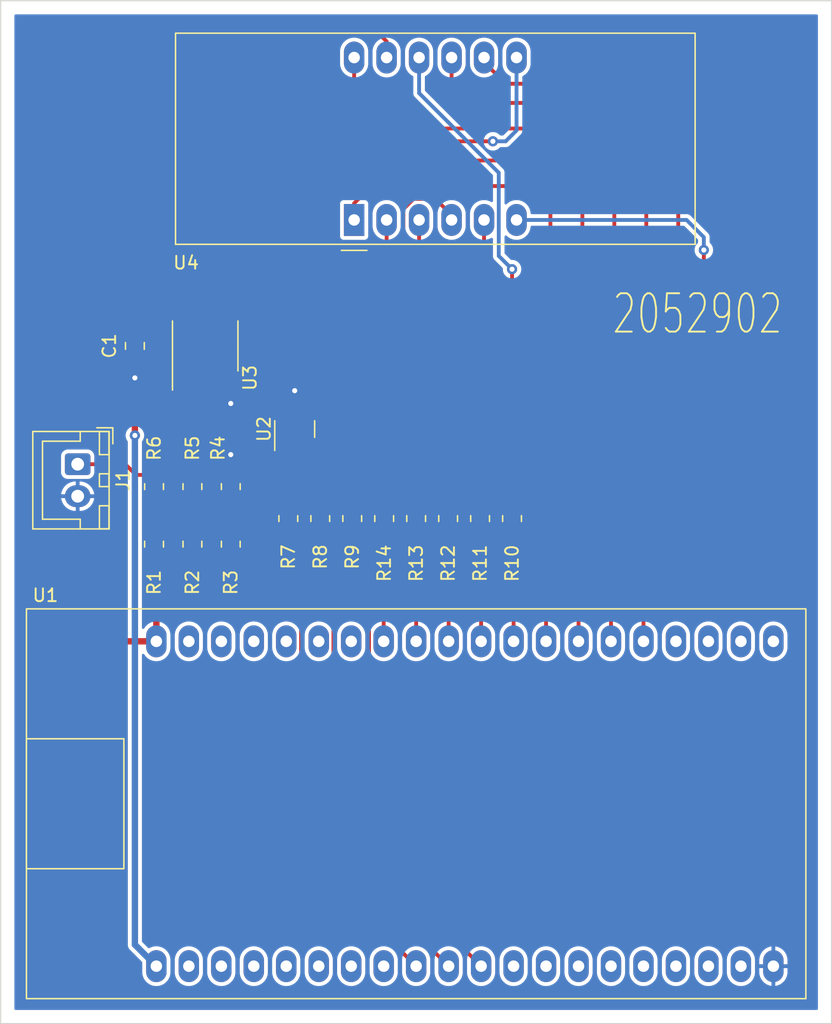
<source format=kicad_pcb>
(kicad_pcb (version 20211014) (generator pcbnew)
  (layers (0 "F.Cu" signal) (31 "B.Cu" signal) (34 "B.Paste" user) (35 "F.Paste" user) (36 "B.SilkS" user "B.Silkscreen") (37 "F.SilkS" user "F.Silkscreen") (38 "B.Mask" user) (39 "F.Mask" user) (44 "Edge.Cuts" user))
  (net 0 "")
  (net 1 "+5VA")
  (net 2 "GND")
  (net 3 "Net-(J1-Pad1)")
  (net 4 "Net-(R1-Pad1)")
  (net 5 "Net-(R2-Pad2)")
  (net 6 "Net-(R3-Pad2)")
  (net 7 "Net-(R5-Pad2)")
  (net 8 "/LED_A")
  (net 9 "Net-(R7-Pad2)")
  (net 10 "/LED_B")
  (net 11 "Net-(R8-Pad2)")
  (net 12 "/LED_C")
  (net 13 "Net-(R9-Pad2)")
  (net 14 "/LED_D")
  (net 15 "Net-(R10-Pad2)")
  (net 16 "/LED_E")
  (net 17 "Net-(R11-Pad2)")
  (net 18 "/LED_F")
  (net 19 "Net-(R12-Pad2)")
  (net 20 "/LED_G")
  (net 21 "Net-(R13-Pad2)")
  (net 22 "/LED_DP")
  (net 23 "Net-(R14-Pad2)")
  (net 24 "/AOUT")
  (net 44 "/LED_CC4")
  (net 45 "/LED_CC3")
  (net 46 "/LED_CC2")
  (net 47 "/LED_CC1")
  (footprint "Resistor_SMD:R_0805_2012Metric" (layer "F.Cu") (at 88.3 112.9 90)
    (fp_text reference "R11" (at -3.5 0 90) (layer "F.SilkS"))
    (fp_text value "470")
    (fp_line (start -0.227064 -0.735) (end 0.227064 -0.735) (layer "F.SilkS") (width 0.12))
    (fp_line (start -0.227064 0.735) (end 0.227064 0.735) (layer "F.SilkS") (width 0.12))
    (pad "1" smd roundrect (at -0.9125 0 90) (size 1.025 1.4) (layers "F.Cu" "F.Paste" "F.Mask") (roundrect_rratio 0.243902439) (net 16 "/LED_E"))
    (pad "2" smd roundrect (at 0.9125 0 90) (size 1.025 1.4) (layers "F.Cu" "F.Paste" "F.Mask") (roundrect_rratio 0.243902439) (net 17 "Net-(R11-Pad2)"))
  )
  (footprint "Resistor_SMD:R_0805_2012Metric" (layer "F.Cu") (at 83.3 112.9 90)
    (fp_text reference "R13" (at -3.5 0 90) (layer "F.SilkS"))
    (fp_text value "470")
    (fp_line (start -0.227064 -0.735) (end 0.227064 -0.735) (layer "F.SilkS") (width 0.12))
    (fp_line (start -0.227064 0.735) (end 0.227064 0.735) (layer "F.SilkS") (width 0.12))
    (pad "1" smd roundrect (at -0.9125 0 90) (size 1.025 1.4) (layers "F.Cu" "F.Paste" "F.Mask") (roundrect_rratio 0.243902439) (net 20 "/LED_G"))
    (pad "2" smd roundrect (at 0.9125 0 90) (size 1.025 1.4) (layers "F.Cu" "F.Paste" "F.Mask") (roundrect_rratio 0.243902439) (net 21 "Net-(R13-Pad2)"))
  )
  (footprint "Connector_JST:JST_XH_B2B-XH-A_1x02_P2.50mm_Vertical" (layer "F.Cu") (at 56.825 108.65 -90)
    (fp_text reference "J1" (at 1.25 -3.55 90) (layer "F.SilkS"))
    (fp_text value "Conn_01x02")
    (fp_line (start 5.05 -0.2) (end 4.3 -0.2) (layer "F.SilkS") (width 0.12))
    (fp_line (start -2.55 -2.45) (end -2.55 -1.7) (layer "F.SilkS") (width 0.12))
    (fp_line (start -2.55 -1.7) (end -0.75 -1.7) (layer "F.SilkS") (width 0.12))
    (fp_line (start -1.6 -2.75) (end -2.85 -2.75) (layer "F.SilkS") (width 0.12))
    (fp_line (start 5.05 -2.45) (end 3.25 -2.45) (layer "F.SilkS") (width 0.12))
    (fp_line (start 5.06 3.51) (end 5.06 -2.46) (layer "F.SilkS") (width 0.12))
    (fp_line (start 0.75 -1.7) (end 1.75 -1.7) (layer "F.SilkS") (width 0.12))
    (fp_line (start -2.85 -2.75) (end -2.85 -1.5) (layer "F.SilkS") (width 0.12))
    (fp_line (start -1.8 -0.2) (end -1.8 2.75) (layer "F.SilkS") (width 0.12))
    (fp_line (start 1.75 -1.7) (end 1.75 -2.45) (layer "F.SilkS") (width 0.12))
    (fp_line (start 4.3 2.75) (end 1.25 2.75) (layer "F.SilkS") (width 0.12))
    (fp_line (start 4.3 -0.2) (end 4.3 2.75) (layer "F.SilkS") (width 0.12))
    (fp_line (start -2.56 3.51) (end 5.06 3.51) (layer "F.SilkS") (width 0.12))
    (fp_line (start 5.05 -1.7) (end 5.05 -2.45) (layer "F.SilkS") (width 0.12))
    (fp_line (start 3.25 -2.45) (end 3.25 -1.7) (layer "F.SilkS") (width 0.12))
    (fp_line (start -0.75 -2.45) (end -2.55 -2.45) (layer "F.SilkS") (width 0.12))
    (fp_line (start 1.75 -2.45) (end 0.75 -2.45) (layer "F.SilkS") (width 0.12))
    (fp_line (start -1.8 2.75) (end 1.25 2.75) (layer "F.SilkS") (width 0.12))
    (fp_line (start -2.55 -0.2) (end -1.8 -0.2) (layer "F.SilkS") (width 0.12))
    (fp_line (start 5.06 -2.46) (end -2.56 -2.46) (layer "F.SilkS") (width 0.12))
    (fp_line (start 3.25 -1.7) (end 5.05 -1.7) (layer "F.SilkS") (width 0.12))
    (fp_line (start 0.75 -2.45) (end 0.75 -1.7) (layer "F.SilkS") (width 0.12))
    (fp_line (start -2.56 -2.46) (end -2.56 3.51) (layer "F.SilkS") (width 0.12))
    (fp_line (start -0.75 -1.7) (end -0.75 -2.45) (layer "F.SilkS") (width 0.12))
    (pad "1" thru_hole roundrect (at 0 0 270) (size 1.7 2) (drill 1) (layers *.Cu *.Mask) (roundrect_rratio 0.1470588235) (net 3 "Net-(J1-Pad1)"))
    (pad "2" thru_hole oval (at 2.5 0 270) (size 1.7 2) (drill 1) (layers *.Cu *.Mask) (net 2 "GND"))
  )
  (footprint "Resistor_SMD:R_0805_2012Metric" (layer "F.Cu") (at 85.8 112.9 90)
    (fp_text reference "R12" (at -3.5 0 90) (layer "F.SilkS"))
    (fp_text value "470")
    (fp_line (start -0.227064 -0.735) (end 0.227064 -0.735) (layer "F.SilkS") (width 0.12))
    (fp_line (start -0.227064 0.735) (end 0.227064 0.735) (layer "F.SilkS") (width 0.12))
    (pad "1" smd roundrect (at -0.9125 0 90) (size 1.025 1.4) (layers "F.Cu" "F.Paste" "F.Mask") (roundrect_rratio 0.243902439) (net 18 "/LED_F"))
    (pad "2" smd roundrect (at 0.9125 0 90) (size 1.025 1.4) (layers "F.Cu" "F.Paste" "F.Mask") (roundrect_rratio 0.243902439) (net 19 "Net-(R12-Pad2)"))
  )
  (footprint "Resistor_SMD:R_0805_2012Metric" (layer "F.Cu") (at 68.8 114.9 90)
    (fp_text reference "R3" (at -3 0 90) (layer "F.SilkS"))
    (fp_text value "3.3k")
    (fp_line (start -0.227064 -0.735) (end 0.227064 -0.735) (layer "F.SilkS") (width 0.12))
    (fp_line (start -0.227064 0.735) (end 0.227064 0.735) (layer "F.SilkS") (width 0.12))
    (pad "1" smd roundrect (at -0.9125 0 90) (size 1.025 1.4) (layers "F.Cu" "F.Paste" "F.Mask") (roundrect_rratio 0.243902439) (net 5 "Net-(R2-Pad2)"))
    (pad "2" smd roundrect (at 0.9125 0 90) (size 1.025 1.4) (layers "F.Cu" "F.Paste" "F.Mask") (roundrect_rratio 0.243902439) (net 6 "Net-(R3-Pad2)"))
  )
  (footprint "Resistor_SMD:R_0805_2012Metric" (layer "F.Cu") (at 80.8 112.9 90)
    (fp_text reference "R14" (at -3.5 0 90) (layer "F.SilkS"))
    (fp_text value "470")
    (fp_line (start -0.227064 -0.735) (end 0.227064 -0.735) (layer "F.SilkS") (width 0.12))
    (fp_line (start -0.227064 0.735) (end 0.227064 0.735) (layer "F.SilkS") (width 0.12))
    (pad "1" smd roundrect (at -0.9125 0 90) (size 1.025 1.4) (layers "F.Cu" "F.Paste" "F.Mask") (roundrect_rratio 0.243902439) (net 22 "/LED_DP"))
    (pad "2" smd roundrect (at 0.9125 0 90) (size 1.025 1.4) (layers "F.Cu" "F.Paste" "F.Mask") (roundrect_rratio 0.243902439) (net 23 "Net-(R14-Pad2)"))
  )
  (footprint "Resistor_SMD:R_0805_2012Metric" (layer "F.Cu") (at 65.8 110.4 90)
    (fp_text reference "R5" (at 3 0 90) (layer "F.SilkS"))
    (fp_text value "10k")
    (fp_line (start -0.227064 0.735) (end 0.227064 0.735) (layer "F.SilkS") (width 0.12))
    (fp_line (start -0.227064 -0.735) (end 0.227064 -0.735) (layer "F.SilkS") (width 0.12))
    (pad "1" smd roundrect (at -0.9125 0 90) (size 1.025 1.4) (layers "F.Cu" "F.Paste" "F.Mask") (roundrect_rratio 0.243902439) (net 4 "Net-(R1-Pad1)"))
    (pad "2" smd roundrect (at 0.9125 0 90) (size 1.025 1.4) (layers "F.Cu" "F.Paste" "F.Mask") (roundrect_rratio 0.243902439) (net 7 "Net-(R5-Pad2)"))
  )
  (footprint "Resistor_SMD:R_0805_2012Metric" (layer "F.Cu") (at 62.8 114.9 -90)
    (fp_text reference "R1" (at 3 0 90) (layer "F.SilkS"))
    (fp_text value "100")
    (fp_line (start -0.227064 0.735) (end 0.227064 0.735) (layer "F.SilkS") (width 0.12))
    (fp_line (start -0.227064 -0.735) (end 0.227064 -0.735) (layer "F.SilkS") (width 0.12))
    (pad "1" smd roundrect (at -0.9125 0 270) (size 1.025 1.4) (layers "F.Cu" "F.Paste" "F.Mask") (roundrect_rratio 0.243902439) (net 4 "Net-(R1-Pad1)"))
    (pad "2" smd roundrect (at 0.9125 0 270) (size 1.025 1.4) (layers "F.Cu" "F.Paste" "F.Mask") (roundrect_rratio 0.243902439) (net 1 "+5VA"))
  )
  (footprint "Capacitor_SMD:C_0805_2012Metric" (layer "F.Cu") (at 61.3 99.4 -90)
    (fp_text reference "C1" (at 0 2 90) (layer "F.SilkS"))
    (fp_text value "0.1uF")
    (fp_line (start -0.261252 -0.735) (end 0.261252 -0.735) (layer "F.SilkS") (width 0.12))
    (fp_line (start -0.261252 0.735) (end 0.261252 0.735) (layer "F.SilkS") (width 0.12))
    (pad "1" smd roundrect (at -0.95 0 270) (size 1 1.45) (layers "F.Cu" "F.Paste" "F.Mask") (net 1 "+5VA"))
    (pad "2" smd roundrect (at 0.95 0 270) (size 1 1.45) (layers "F.Cu" "F.Paste" "F.Mask") (net 2 "GND"))
  )
  (footprint "Resistor_SMD:R_0805_2012Metric" (layer "F.Cu") (at 68.8 110.4 90)
    (fp_text reference "R4" (at 3 -1 90) (layer "F.SilkS"))
    (fp_text value "2.2k")
    (fp_line (start -0.227064 0.735) (end 0.227064 0.735) (layer "F.SilkS") (width 0.12))
    (fp_line (start -0.227064 -0.735) (end 0.227064 -0.735) (layer "F.SilkS") (width 0.12))
    (pad "1" smd roundrect (at -0.9125 0 90) (size 1.025 1.4) (layers "F.Cu" "F.Paste" "F.Mask") (roundrect_rratio 0.243902439) (net 6 "Net-(R3-Pad2)"))
    (pad "2" smd roundrect (at 0.9125 0 90) (size 1.025 1.4) (layers "F.Cu" "F.Paste" "F.Mask") (roundrect_rratio 0.243902439) (net 2 "GND"))
  )
  (footprint "User_Modules:CC40-12GWA" (layer "F.Cu") (at 78.45 89.55 90)
    (fp_text reference "U4" (at -3.35 -13.15 180) (layer "F.SilkS"))
    (fp_text value "CC56-12GWA")
    (fp_line (start -2.38 -1) (end -2.38 1) (layer "F.SilkS") (width 0.12))
    (fp_rect (start -1.905 -13.97) (end 14.605 26.67) (layer "F.SilkS") (width 0.12) (fill none))
    (pad "1" thru_hole rect (at 0 0 90) (size 2.5 1.6) (drill 0.9) (layers *.Cu *.Mask) (net 17 "Net-(R11-Pad2)"))
    (pad "2" thru_hole oval (at 0 2.54 90) (size 2.5 1.6) (drill 0.9) (layers *.Cu *.Mask) (net 15 "Net-(R10-Pad2)"))
    (pad "3" thru_hole oval (at 0 5.08 90) (size 2.5 1.6) (drill 0.9) (layers *.Cu *.Mask) (net 23 "Net-(R14-Pad2)"))
    (pad "4" thru_hole oval (at 0 7.62 90) (size 2.5 1.6) (drill 0.9) (layers *.Cu *.Mask) (net 13 "Net-(R9-Pad2)"))
    (pad "5" thru_hole oval (at 0 10.16 90) (size 2.5 1.6) (drill 0.9) (layers *.Cu *.Mask) (net 21 "Net-(R13-Pad2)"))
    (pad "6" thru_hole oval (at 0 12.7 90) (size 2.5 1.6) (drill 0.9) (layers *.Cu *.Mask) (net 44 "/LED_CC4"))
    (pad "7" thru_hole oval (at 12.7 12.7 90) (size 2.5 1.6) (drill 0.9) (layers *.Cu *.Mask) (net 11 "Net-(R8-Pad2)"))
    (pad "8" thru_hole oval (at 12.7 10.16 90) (size 2.5 1.6) (drill 0.9) (layers *.Cu *.Mask) (net 45 "/LED_CC3"))
    (pad "9" thru_hole oval (at 12.7 7.62 90) (size 2.5 1.6) (drill 0.9) (layers *.Cu *.Mask) (net 46 "/LED_CC2"))
    (pad "10" thru_hole oval (at 12.7 5.08 90) (size 2.5 1.6) (drill 0.9) (layers *.Cu *.Mask) (net 19 "Net-(R12-Pad2)"))
    (pad "11" thru_hole oval (at 12.7 2.54 90) (size 2.5 1.6) (drill 0.9) (layers *.Cu *.Mask) (net 9 "Net-(R7-Pad2)"))
    (pad "12" thru_hole oval (at 12.7 0 90) (size 2.5 1.6) (drill 0.9) (layers *.Cu *.Mask) (net 47 "/LED_CC1"))
  )
  (footprint "User_Modules:minisys_g030" (layer "F.Cu") (at 62.98 147.9 90)
    (fp_text reference "U1" (at 29 -8.68 unlocked) (layer "F.SilkS"))
    (fp_text value "minisys_STM32G030")
    (fp_rect (start 7.62 -10.16) (end 17.78 -2.54) (layer "F.SilkS") (width 0.12) (fill none))
    (fp_rect (start -2.54 50.8) (end 27.94 -10.16) (layer "F.SilkS") (width 0.12) (fill none))
    (pad "1" thru_hole oval (at 0 0 90) (size 2.5 1.6) (drill 0.9) (layers *.Cu *.Mask) (net 24 "/AOUT"))
    (pad "2" thru_hole oval (at 0 2.54 90) (size 2.5 1.6) (drill 0.9) (layers *.Cu *.Mask))
    (pad "3" thru_hole oval (at 0 5.08 90) (size 2.5 1.6) (drill 0.9) (layers *.Cu *.Mask))
    (pad "4" thru_hole oval (at 0 7.62 90) (size 2.5 1.6) (drill 0.9) (layers *.Cu *.Mask))
    (pad "5" thru_hole oval (at 0 10.16 90) (size 2.5 1.6) (drill 0.9) (layers *.Cu *.Mask))
    (pad "6" thru_hole oval (at 0 12.7 90) (size 2.5 1.6) (drill 0.9) (layers *.Cu *.Mask))
    (pad "7" thru_hole oval (at 0 15.24 90) (size 2.5 1.6) (drill 0.9) (layers *.Cu *.Mask))
    (pad "8" thru_hole oval (at 0 17.78 90) (size 2.5 1.6) (drill 0.9) (layers *.Cu *.Mask))
    (pad "9" thru_hole oval (at 0 20.32 90) (size 2.5 1.6) (drill 0.9) (layers *.Cu *.Mask) (net 8 "/LED_A"))
    (pad "10" thru_hole oval (at 0 22.86 90) (size 2.5 1.6) (drill 0.9) (layers *.Cu *.Mask) (net 10 "/LED_B"))
    (pad "11" thru_hole oval (at 0 25.4 90) (size 2.5 1.6) (drill 0.9) (layers *.Cu *.Mask) (net 12 "/LED_C"))
    (pad "12" thru_hole oval (at 0 27.94 90) (size 2.5 1.6) (drill 0.9) (layers *.Cu *.Mask))
    (pad "13" thru_hole oval (at 0 30.48 90) (size 2.5 1.6) (drill 0.9) (layers *.Cu *.Mask))
    (pad "14" thru_hole oval (at 0 33.02 90) (size 2.5 1.6) (drill 0.9) (layers *.Cu *.Mask))
    (pad "15" thru_hole oval (at 0 35.56 90) (size 2.5 1.6) (drill 0.9) (layers *.Cu *.Mask))
    (pad "16" thru_hole oval (at 0 38.1 90) (size 2.5 1.6) (drill 0.9) (layers *.Cu *.Mask))
    (pad "17" thru_hole oval (at 0 40.64 90) (size 2.5 1.6) (drill 0.9) (layers *.Cu *.Mask))
    (pad "18" thru_hole oval (at 0 43.18 90) (size 2.5 1.6) (drill 0.9) (layers *.Cu *.Mask))
    (pad "19" thru_hole oval (at 0 45.72 90) (size 2.5 1.6) (drill 0.9) (layers *.Cu *.Mask))
    (pad "20" thru_hole oval (at 0 48.26 90) (size 2.5 1.6) (drill 0.9) (layers *.Cu *.Mask) (net 2 "GND"))
    (pad "21" thru_hole oval (at 25.4 48.26 90) (size 2.5 1.6) (drill 0.9) (layers *.Cu *.Mask))
    (pad "22" thru_hole oval (at 25.4 45.72 90) (size 2.5 1.6) (drill 0.9) (layers *.Cu *.Mask))
    (pad "23" thru_hole oval (at 25.4 43.18 90) (size 2.5 1.6) (drill 0.9) (layers *.Cu *.Mask))
    (pad "24" thru_hole oval (at 25.4 40.64 90) (size 2.5 1.6) (drill 0.9) (layers *.Cu *.Mask))
    (pad "25" thru_hole oval (at 25.4 38.1 90) (size 2.5 1.6) (drill 0.9) (layers *.Cu *.Mask) (net 44 "/LED_CC4"))
    (pad "26" thru_hole oval (at 25.4 35.56 90) (size 2.5 1.6) (drill 0.9) (layers *.Cu *.Mask) (net 45 "/LED_CC3"))
    (pad "27" thru_hole oval (at 25.4 33.02 90) (size 2.5 1.6) (drill 0.9) (layers *.Cu *.Mask) (net 46 "/LED_CC2"))
    (pad "28" thru_hole oval (at 25.4 30.48 90) (size 2.5 1.6) (drill 0.9) (layers *.Cu *.Mask) (net 47 "/LED_CC1"))
    (pad "29" thru_hole oval (at 25.4 27.94 90) (size 2.5 1.6) (drill 0.9) (layers *.Cu *.Mask) (net 14 "/LED_D"))
    (pad "30" thru_hole oval (at 25.4 25.4 90) (size 2.5 1.6) (drill 0.9) (layers *.Cu *.Mask) (net 16 "/LED_E"))
    (pad "31" thru_hole oval (at 25.4 22.86 90) (size 2.5 1.6) (drill 0.9) (layers *.Cu *.Mask) (net 18 "/LED_F"))
    (pad "32" thru_hole oval (at 25.4 20.32 90) (size 2.5 1.6) (drill 0.9) (layers *.Cu *.Mask) (net 20 "/LED_G"))
    (pad "33" thru_hole oval (at 25.4 17.78 90) (size 2.5 1.6) (drill 0.9) (layers *.Cu *.Mask) (net 22 "/LED_DP"))
    (pad "34" thru_hole oval (at 25.4 15.24 90) (size 2.5 1.6) (drill 0.9) (layers *.Cu *.Mask))
    (pad "35" thru_hole oval (at 25.4 12.7 90) (size 2.5 1.6) (drill 0.9) (layers *.Cu *.Mask))
    (pad "36" thru_hole oval (at 25.4 10.16 90) (size 2.5 1.6) (drill 0.9) (layers *.Cu *.Mask))
    (pad "37" thru_hole oval (at 25.4 7.62 90) (size 2.5 1.6) (drill 0.9) (layers *.Cu *.Mask))
    (pad "38" thru_hole oval (at 25.4 5.08 90) (size 2.5 1.6) (drill 0.9) (layers *.Cu *.Mask))
    (pad "39" thru_hole oval (at 25.4 2.54 90) (size 2.5 1.6) (drill 0.9) (layers *.Cu *.Mask))
    (pad "40" thru_hole oval (at 25.4 0 90) (size 2.5 1.6) (drill 0.9) (layers *.Cu *.Mask) (net 1 "+5VA"))
  )
  (footprint "Resistor_SMD:R_0805_2012Metric" (layer "F.Cu") (at 62.8 110.4 90)
    (fp_text reference "R6" (at 3 0 90) (layer "F.SilkS"))
    (fp_text value "1k")
    (fp_line (start -0.227064 -0.735) (end 0.227064 -0.735) (layer "F.SilkS") (width 0.12))
    (fp_line (start -0.227064 0.735) (end 0.227064 0.735) (layer "F.SilkS") (width 0.12))
    (pad "1" smd roundrect (at -0.9125 0 90) (size 1.025 1.4) (layers "F.Cu" "F.Paste" "F.Mask") (roundrect_rratio 0.243902439) (net 7 "Net-(R5-Pad2)"))
    (pad "2" smd roundrect (at 0.9125 0 90) (size 1.025 1.4) (layers "F.Cu" "F.Paste" "F.Mask") (roundrect_rratio 0.243902439) (net 3 "Net-(J1-Pad1)"))
  )
  (footprint "Resistor_SMD:R_0805_2012Metric" (layer "F.Cu") (at 73.3 112.9 90)
    (fp_text reference "R7" (at -3 0 90) (layer "F.SilkS"))
    (fp_text value "470")
    (fp_line (start -0.227064 0.735) (end 0.227064 0.735) (layer "F.SilkS") (width 0.12))
    (fp_line (start -0.227064 -0.735) (end 0.227064 -0.735) (layer "F.SilkS") (width 0.12))
    (pad "1" smd roundrect (at -0.9125 0 90) (size 1.025 1.4) (layers "F.Cu" "F.Paste" "F.Mask") (roundrect_rratio 0.243902439) (net 8 "/LED_A"))
    (pad "2" smd roundrect (at 0.9125 0 90) (size 1.025 1.4) (layers "F.Cu" "F.Paste" "F.Mask") (roundrect_rratio 0.243902439) (net 9 "Net-(R7-Pad2)"))
  )
  (footprint "Package_SO:SOIC-8_3.9x4.9mm_P1.27mm" (layer "F.Cu") (at 66.8 99.4 90)
    (fp_text reference "U3" (at -2.5 3.5 90) (layer "F.SilkS"))
    (fp_text value "LM358")
    (fp_line (start 0 2.56) (end 1.95 2.56) (layer "F.SilkS") (width 0.12))
    (fp_line (start 0 -2.56) (end -3.45 -2.56) (layer "F.SilkS") (width 0.12))
    (fp_line (start 0 2.56) (end -1.95 2.56) (layer "F.SilkS") (width 0.12))
    (fp_line (start 0 -2.56) (end 1.95 -2.56) (layer "F.SilkS") (width 0.12))
    (pad "1" smd roundrect (at -2.475 -1.905 90) (size 1.95 0.6) (layers "F.Cu" "F.Paste" "F.Mask") (net 24 "/AOUT"))
    (pad "2" smd roundrect (at -2.475 -0.635 90) (size 1.95 0.6) (layers "F.Cu" "F.Paste" "F.Mask") (net 24 "/AOUT"))
    (pad "3" smd roundrect (at -2.475 0.635 90) (size 1.95 0.6) (layers "F.Cu" "F.Paste" "F.Mask") (net 3 "Net-(J1-Pad1)"))
    (pad "4" smd roundrect (at -2.475 1.905 90) (size 1.95 0.6) (layers "F.Cu" "F.Paste" "F.Mask") (net 2 "GND"))
    (pad "5" smd roundrect (at 2.475 1.905 90) (size 1.95 0.6) (layers "F.Cu" "F.Paste" "F.Mask"))
    (pad "6" smd roundrect (at 2.475 0.635 90) (size 1.95 0.6) (layers "F.Cu" "F.Paste" "F.Mask"))
    (pad "7" smd roundrect (at 2.475 -0.635 90) (size 1.95 0.6) (layers "F.Cu" "F.Paste" "F.Mask"))
    (pad "8" smd roundrect (at 2.475 -1.905 90) (size 1.95 0.6) (layers "F.Cu" "F.Paste" "F.Mask") (net 1 "+5VA"))
  )
  (footprint "Package_TO_SOT_SMD:SOT-23" (layer "F.Cu") (at 73.8 105.9 90)
    (fp_text reference "U2" (at 0 -2.4 90) (layer "F.SilkS"))
    (fp_text value "TL431DBZ")
    (fp_line (start 0 -1.56) (end 0.65 -1.56) (layer "F.SilkS") (width 0.12))
    (fp_line (start 0 1.56) (end 0.65 1.56) (layer "F.SilkS") (width 0.12))
    (fp_line (start 0 -1.56) (end -1.675 -1.56) (layer "F.SilkS") (width 0.12))
    (fp_line (start 0 1.56) (end -0.65 1.56) (layer "F.SilkS") (width 0.12))
    (pad "1" smd roundrect (at -0.9375 -0.95 90) (size 1.475 0.6) (layers "F.Cu" "F.Paste" "F.Mask") (net 4 "Net-(R1-Pad1)"))
    (pad "2" smd roundrect (at -0.9375 0.95 90) (size 1.475 0.6) (layers "F.Cu" "F.Paste" "F.Mask") (net 5 "Net-(R2-Pad2)"))
    (pad "3" smd roundrect (at 0.9375 0 90) (size 1.475 0.6) (layers "F.Cu" "F.Paste" "F.Mask") (net 2 "GND"))
  )
  (footprint "Resistor_SMD:R_0805_2012Metric" (layer "F.Cu") (at 90.8 112.9 90)
    (fp_text reference "R10" (at -3.5 0 90) (layer "F.SilkS"))
    (fp_text value "470")
    (fp_line (start -0.227064 -0.735) (end 0.227064 -0.735) (layer "F.SilkS") (width 0.12))
    (fp_line (start -0.227064 0.735) (end 0.227064 0.735) (layer "F.SilkS") (width 0.12))
    (pad "1" smd roundrect (at -0.9125 0 90) (size 1.025 1.4) (layers "F.Cu" "F.Paste" "F.Mask") (roundrect_rratio 0.243902439) (net 14 "/LED_D"))
    (pad "2" smd roundrect (at 0.9125 0 90) (size 1.025 1.4) (layers "F.Cu" "F.Paste" "F.Mask") (roundrect_rratio 0.243902439) (net 15 "Net-(R10-Pad2)"))
  )
  (footprint "Resistor_SMD:R_0805_2012Metric" (layer "F.Cu") (at 75.8 112.9 90)
    (fp_text reference "R8" (at -3 0 90) (layer "F.SilkS"))
    (fp_text value "470")
    (fp_line (start -0.227064 -0.735) (end 0.227064 -0.735) (layer "F.SilkS") (width 0.12))
    (fp_line (start -0.227064 0.735) (end 0.227064 0.735) (layer "F.SilkS") (width 0.12))
    (pad "1" smd roundrect (at -0.9125 0 90) (size 1.025 1.4) (layers "F.Cu" "F.Paste" "F.Mask") (roundrect_rratio 0.243902439) (net 10 "/LED_B"))
    (pad "2" smd roundrect (at 0.9125 0 90) (size 1.025 1.4) (layers "F.Cu" "F.Paste" "F.Mask") (roundrect_rratio 0.243902439) (net 11 "Net-(R8-Pad2)"))
  )
  (footprint "Resistor_SMD:R_0805_2012Metric" (layer "F.Cu") (at 78.3 112.9 90)
    (fp_text reference "R9" (at -3 0 90) (layer "F.SilkS"))
    (fp_text value "470")
    (fp_line (start -0.227064 0.735) (end 0.227064 0.735) (layer "F.SilkS") (width 0.12))
    (fp_line (start -0.227064 -0.735) (end 0.227064 -0.735) (layer "F.SilkS") (width 0.12))
    (pad "1" smd roundrect (at -0.9125 0 90) (size 1.025 1.4) (layers "F.Cu" "F.Paste" "F.Mask") (roundrect_rratio 0.243902439) (net 12 "/LED_C"))
    (pad "2" smd roundrect (at 0.9125 0 90) (size 1.025 1.4) (layers "F.Cu" "F.Paste" "F.Mask") (roundrect_rratio 0.243902439) (net 13 "Net-(R9-Pad2)"))
  )
  (footprint "Resistor_SMD:R_0805_2012Metric" (layer "F.Cu") (at 65.8 114.9 -90)
    (fp_text reference "R2" (at 3 0 90) (layer "F.SilkS"))
    (fp_text value "3.3k")
    (fp_line (start -0.227064 0.735) (end 0.227064 0.735) (layer "F.SilkS") (width 0.12))
    (fp_line (start -0.227064 -0.735) (end 0.227064 -0.735) (layer "F.SilkS") (width 0.12))
    (pad "1" smd roundrect (at -0.9125 0 270) (size 1.025 1.4) (layers "F.Cu" "F.Paste" "F.Mask") (roundrect_rratio 0.243902439) (net 4 "Net-(R1-Pad1)"))
    (pad "2" smd roundrect (at 0.9125 0 270) (size 1.025 1.4) (layers "F.Cu" "F.Paste" "F.Mask") (roundrect_rratio 0.243902439) (net 5 "Net-(R2-Pad2)"))
  )
  (gr_rect (start 50.8 152.4) (end 115.8 72.4) (layer "Edge.Cuts") (width 0.1) (fill none))
  (gr_text "2052902" (at 105.3 96.9) (layer "F.SilkS") (effects (font (size 3 2))))
  (segment (start 57.4 122.5) (end 62.98 122.5) (width 0.5) (layer "F.Cu") (net 1))
  (segment (start 61.775 96.925) (end 61.3 97.4) (width 0.5) (layer "F.Cu") (net 1))
  (segment (start 62.98 115.9925) (end 62.98 122.5) (width 0.5) (layer "F.Cu") (net 1))
  (segment (start 64.895 96.925) (end 61.775 96.925) (width 0.5) (layer "F.Cu") (net 1))
  (segment (start 61.3 97.4) (end 61.3 98.45) (width 0.5) (layer "F.Cu") (net 1))
  (segment (start 53.3 99.9) (end 53.3 118.4) (width 0.5) (layer "F.Cu") (net 1))
  (segment (start 61.3 98.45) (end 54.75 98.45) (width 0.5) (layer "F.Cu") (net 1))
  (segment (start 53.3 118.4) (end 57.4 122.5) (width 0.5) (layer "F.Cu") (net 1))
  (segment (start 62.8 115.8125) (end 62.98 115.9925) (width 0.5) (layer "F.Cu") (net 1))
  (segment (start 54.75 98.45) (end 53.3 99.9) (width 0.5) (layer "F.Cu") (net 1))
  (segment (start 68.8 109.4875) (end 68.8 107.9) (width 0.3) (layer "F.Cu") (net 2))
  (segment (start 73.8 104.9625) (end 73.8 102.9) (width 0.3) (layer "F.Cu") (net 2))
  (segment (start 61.3 100.35) (end 61.3 101.9) (width 0.3) (layer "F.Cu") (net 2))
  (segment (start 68.705 103.805) (end 68.8 103.9) (width 0.3) (layer "F.Cu") (net 2))
  (segment (start 68.705 101.875) (end 68.705 103.805) (width 0.3) (layer "F.Cu") (net 2))
  (via (at 61.3 101.9) (size 0.8) (drill 0.4) (layers "F.Cu" "B.Cu") (net 2))
  (via (at 68.8 103.9) (size 0.8) (drill 0.4) (layers "F.Cu" "B.Cu") (net 2))
  (via (at 73.8 102.9) (size 0.8) (drill 0.4) (layers "F.Cu" "B.Cu") (net 2))
  (via (at 68.8 107.9) (size 0.8) (drill 0.4) (layers "F.Cu" "B.Cu") (net 2))
  (segment (start 56.825 108.65) (end 60.55 108.65) (width 0.3) (layer "F.Cu") (net 3))
  (segment (start 66.3 105.4) (end 67.435 104.265) (width 0.3) (layer "F.Cu") (net 3))
  (segment (start 60.55 108.65) (end 61.3875 109.4875) (width 0.3) (layer "F.Cu") (net 3))
  (segment (start 63.8 105.4) (end 66.3 105.4) (width 0.3) (layer "F.Cu") (net 3))
  (segment (start 61.3875 109.4875) (end 62.8 109.4875) (width 0.3) (layer "F.Cu") (net 3))
  (segment (start 62.8 109.4875) (end 62.8 106.4) (width 0.3) (layer "F.Cu") (net 3))
  (segment (start 67.435 104.265) (end 67.435 101.875) (width 0.3) (layer "F.Cu") (net 3))
  (segment (start 62.8 106.4) (end 63.8 105.4) (width 0.3) (layer "F.Cu") (net 3))
  (segment (start 62.8 113.9875) (end 65.8 113.9875) (width 0.3) (layer "F.Cu") (net 4))
  (segment (start 69.397369 110.45048) (end 66.66202 110.45048) (width 0.3) (layer "F.Cu") (net 4))
  (segment (start 72.85 106.8375) (end 72.85 106.997849) (width 0.3) (layer "F.Cu") (net 4))
  (segment (start 66.66202 110.45048) (end 65.8 111.3125) (width 0.3) (layer "F.Cu") (net 4))
  (segment (start 72.85 106.997849) (end 69.397369 110.45048) (width 0.3) (layer "F.Cu") (net 4))
  (segment (start 65.8 111.3125) (end 65.8 113.9875) (width 0.3) (layer "F.Cu") (net 4))
  (segment (start 72.85 106.8375) (end 72.85 107.098809) (width 0.3) (layer "F.Cu") (net 4))
  (segment (start 74.75 107.95) (end 70.8 111.9) (width 0.3) (layer "F.Cu") (net 5))
  (segment (start 65.8 115.9) (end 68.7125 115.9) (width 0.3) (layer "F.Cu") (net 5))
  (segment (start 68.7125 115.9) (end 68.8 115.8125) (width 0.3) (layer "F.Cu") (net 5))
  (segment (start 70.8 111.9) (end 70.8 114.9) (width 0.3) (layer "F.Cu") (net 5))
  (segment (start 65.8 115.8125) (end 65.8 115.9) (width 0.3) (layer "F.Cu") (net 5))
  (segment (start 69.8875 115.8125) (end 68.8 115.8125) (width 0.3) (layer "F.Cu") (net 5))
  (segment (start 74.75 106.8375) (end 74.75 107.95) (width 0.3) (layer "F.Cu") (net 5))
  (segment (start 70.8 114.9) (end 69.8875 115.8125) (width 0.3) (layer "F.Cu") (net 5))
  (segment (start 68.8 113.9875) (end 68.8 111.3125) (width 0.3) (layer "F.Cu") (net 6))
  (segment (start 63.8875 111.3125) (end 64.3 110.9) (width 0.3) (layer "F.Cu") (net 7))
  (segment (start 62.8 111.3125) (end 63.8875 111.3125) (width 0.3) (layer "F.Cu") (net 7))
  (segment (start 64.3 110.9) (end 64.3 109.9) (width 0.3) (layer "F.Cu") (net 7))
  (segment (start 64.7125 109.4875) (end 65.8 109.4875) (width 0.3) (layer "F.Cu") (net 7))
  (segment (start 64.3 109.9) (end 64.7125 109.4875) (width 0.3) (layer "F.Cu") (net 7))
  (segment (start 83.3 147.9) (end 74.3 138.9) (width 0.3) (layer "F.Cu") (net 8))
  (segment (start 73.3 116.9) (end 73.3 113.8125) (width 0.3) (layer "F.Cu") (net 8))
  (segment (start 74.3 138.9) (end 74.3 117.9) (width 0.3) (layer "F.Cu") (net 8))
  (segment (start 74.3 117.9) (end 73.3 116.9) (width 0.3) (layer "F.Cu") (net 8))
  (segment (start 75.8 109.4875) (end 75.8 99.4) (width 0.3) (layer "F.Cu") (net 9))
  (segment (start 80.99 75.59) (end 80.99 76.85) (width 0.3) (layer "F.Cu") (net 9))
  (segment (start 73.3 96.9) (end 73.3 77.9) (width 0.3) (layer "F.Cu") (net 9))
  (segment (start 75.8 99.4) (end 73.3 96.9) (width 0.3) (layer "F.Cu") (net 9))
  (segment (start 76.8 74.4) (end 79.8 74.4) (width 0.3) (layer "F.Cu") (net 9))
  (segment (start 79.8 74.4) (end 80.99 75.59) (width 0.3) (layer "F.Cu") (net 9))
  (segment (start 73.3 77.9) (end 76.8 74.4) (width 0.3) (layer "F.Cu") (net 9))
  (segment (start 73.3 111.9875) (end 75.8 109.4875) (width 0.3) (layer "F.Cu") (net 9))
  (segment (start 85.84 147.9) (end 76.82952 138.88952) (width 0.3) (layer "F.Cu") (net 10))
  (segment (start 76.82952 138.88952) (end 76.82952 117.92952) (width 0.3) (layer "F.Cu") (net 10))
  (segment (start 75.8 116.9) (end 75.8 113.8125) (width 0.3) (layer "F.Cu") (net 10))
  (segment (start 76.82952 117.92952) (end 75.8 116.9) (width 0.3) (layer "F.Cu") (net 10))
  (segment (start 77.3 99.4) (end 74.8 96.9) (width 0.3) (layer "F.Cu") (net 11))
  (segment (start 74.8 86.4) (end 77.8 83.4) (width 0.3) (layer "F.Cu") (net 11))
  (segment (start 77.3 110.4875) (end 77.3 99.4) (width 0.3) (layer "F.Cu") (net 11))
  (segment (start 74.8 96.9) (end 74.8 86.4) (width 0.3) (layer "F.Cu") (net 11))
  (segment (start 75.8 111.9875) (end 77.3 110.4875) (width 0.3) (layer "F.Cu") (net 11))
  (segment (start 77.8 83.4) (end 89.3 83.4) (width 0.3) (layer "F.Cu") (net 11))
  (via (at 89.3 83.4) (size 0.8) (drill 0.4) (layers "F.Cu" "B.Cu") (net 11))
  (segment (start 90.3 83.4) (end 91.15 82.55) (width 0.3) (layer "B.Cu") (net 11))
  (segment (start 89.3 83.4) (end 90.3 83.4) (width 0.3) (layer "B.Cu") (net 11))
  (segment (start 91.15 82.55) (end 91.15 76.85) (width 0.3) (layer "B.Cu") (net 11))
  (segment (start 79.61048 118.17923) (end 78.3 116.86875) (width 0.3) (layer "F.Cu") (net 12))
  (segment (start 79.61048 139.13048) (end 79.61048 118.17923) (width 0.3) (layer "F.Cu") (net 12))
  (segment (start 88.38 147.9) (end 79.61048 139.13048) (width 0.3) (layer "F.Cu") (net 12))
  (segment (start 78.3 116.86875) (end 78.3 113.8125) (width 0.3) (layer "F.Cu") (net 12))
  (segment (start 78.3 111.9875) (end 78.3 99.4) (width 0.3) (layer "F.Cu") (net 13))
  (segment (start 84.8 87.9) (end 86.07 89.17) (width 0.3) (layer "F.Cu") (net 13))
  (segment (start 83.104334 87.9) (end 84.8 87.9) (width 0.3) (layer "F.Cu") (net 13))
  (segment (start 82.3 88.704334) (end 83.104334 87.9) (width 0.3) (layer "F.Cu") (net 13))
  (segment (start 82.3 95.4) (end 82.3 88.704334) (width 0.3) (layer "F.Cu") (net 13))
  (segment (start 78.3 99.4) (end 82.3 95.4) (width 0.3) (layer "F.Cu") (net 13))
  (segment (start 86.07 89.17) (end 86.07 89.55) (width 0.3) (layer "F.Cu") (net 13))
  (segment (start 90.8 113.8125) (end 90.92 113.9325) (width 0.3) (layer "F.Cu") (net 14))
  (segment (start 90.92 113.9325) (end 90.92 122.5) (width 0.3) (layer "F.Cu") (net 14))
  (segment (start 96.3 88.9) (end 92.3 84.9) (width 0.3) (layer "F.Cu") (net 15))
  (segment (start 79.8 92.4) (end 80.99 91.21) (width 0.3) (layer "F.Cu") (net 15))
  (segment (start 92.3 84.9) (end 78.8 84.9) (width 0.3) (layer "F.Cu") (net 15))
  (segment (start 76.8 91.4) (end 77.8 92.4) (width 0.3) (layer "F.Cu") (net 15))
  (segment (start 76.8 86.9) (end 76.8 91.4) (width 0.3) (layer "F.Cu") (net 15))
  (segment (start 77.8 92.4) (end 79.8 92.4) (width 0.3) (layer "F.Cu") (net 15))
  (segment (start 80.99 91.21) (end 80.99 89.55) (width 0.3) (layer "F.Cu") (net 15))
  (segment (start 78.8 84.9) (end 76.8 86.9) (width 0.3) (layer "F.Cu") (net 15))
  (segment (start 96.3 93.9) (end 96.3 88.9) (width 0.3) (layer "F.Cu") (net 15))
  (segment (start 90.8 111.9875) (end 90.8 99.4) (width 0.3) (layer "F.Cu") (net 15))
  (segment (start 90.8 99.4) (end 96.3 93.9) (width 0.3) (layer "F.Cu") (net 15))
  (segment (start 88.38 113.8925) (end 88.38 122.5) (width 0.3) (layer "F.Cu") (net 16))
  (segment (start 88.3 113.8125) (end 88.38 113.8925) (width 0.3) (layer "F.Cu") (net 16))
  (segment (start 78.45 88.25) (end 78.45 89.55) (width 0.3) (layer "F.Cu") (net 17))
  (segment (start 79.8 86.9) (end 78.45 88.25) (width 0.3) (layer "F.Cu") (net 17))
  (segment (start 91.8 86.9) (end 79.8 86.9) (width 0.3) (layer "F.Cu") (net 17))
  (segment (start 93.8 93.9) (end 93.8 88.9) (width 0.3) (layer "F.Cu") (net 17))
  (segment (start 88.3 111.9875) (end 88.3 99.4) (width 0.3) (layer "F.Cu") (net 17))
  (segment (start 93.8 88.9) (end 91.8 86.9) (width 0.3) (layer "F.Cu") (net 17))
  (segment (start 88.3 99.4) (end 93.8 93.9) (width 0.3) (layer "F.Cu") (net 17))
  (segment (start 85.8 113.8125) (end 85.84 113.8525) (width 0.3) (layer "F.Cu") (net 18))
  (segment (start 85.84 113.8525) (end 85.84 122.5) (width 0.3) (layer "F.Cu") (net 18))
  (segment (start 85.8 111.9875) (end 85.8 99.4) (width 0.3) (layer "F.Cu") (net 19))
  (segment (start 90.8 94.4) (end 90.8 93.4) (width 0.3) (layer "F.Cu") (net 19))
  (segment (start 85.8 99.4) (end 90.8 94.4) (width 0.3) (layer "F.Cu") (net 19))
  (via (at 90.8 93.4) (size 0.8) (drill 0.4) (layers "F.Cu" "B.Cu") (net 19))
  (segment (start 90.8 93.4) (end 89.75952 92.35952) (width 0.3) (layer "B.Cu") (net 19))
  (segment (start 83.53 79.63) (end 83.53 76.85) (width 0.3) (layer "B.Cu") (net 19))
  (segment (start 89.75952 92.35952) (end 89.75952 85.85952) (width 0.3) (layer "B.Cu") (net 19))
  (segment (start 89.75952 85.85952) (end 83.53 79.63) (width 0.3) (layer "B.Cu") (net 19))
  (segment (start 83.3 113.8125) (end 83.3 122.5) (width 0.3) (layer "F.Cu") (net 20))
  (segment (start 83.3 99.4) (end 88.61 94.09) (width 0.3) (layer "F.Cu") (net 21))
  (segment (start 83.3 111.9875) (end 83.3 99.4) (width 0.3) (layer "F.Cu") (net 21))
  (segment (start 88.61 94.09) (end 88.61 89.55) (width 0.3) (layer "F.Cu") (net 21))
  (segment (start 80.76 113.8525) (end 80.76 122.5) (width 0.3) (layer "F.Cu") (net 22))
  (segment (start 80.8 113.8125) (end 80.76 113.8525) (width 0.3) (layer "F.Cu") (net 22))
  (segment (start 80.8 99.4) (end 83.53 96.67) (width 0.3) (layer "F.Cu") (net 23))
  (segment (start 83.53 96.67) (end 83.53 89.55) (width 0.3) (layer "F.Cu") (net 23))
  (segment (start 80.8 111.9875) (end 80.8 99.4) (width 0.3) (layer "F.Cu") (net 23))
  (segment (start 62.3 103.9) (end 61.3 104.9) (width 0.5) (layer "F.Cu") (net 24))
  (segment (start 61.3 104.9) (end 61.3 106.4) (width 0.5) (layer "F.Cu") (net 24))
  (segment (start 64.895 101.875) (end 64.895 103.805) (width 0.5) (layer "F.Cu") (net 24))
  (segment (start 66.165 101.875) (end 66.165 103.535) (width 0.5) (layer "F.Cu") (net 24))
  (segment (start 64.8 103.9) (end 62.3 103.9) (width 0.5) (layer "F.Cu") (net 24))
  (segment (start 66.165 103.535) (end 65.8 103.9) (width 0.5) (layer "F.Cu") (net 24))
  (segment (start 65.8 103.9) (end 64.8 103.9) (width 0.5) (layer "F.Cu") (net 24))
  (segment (start 64.895 103.805) (end 64.8 103.9) (width 0.5) (layer "F.Cu") (net 24))
  (via (at 61.3 106.4) (size 0.8) (drill 0.4) (layers "F.Cu" "B.Cu") (net 24))
  (segment (start 61.3 106.4) (end 61.3 146.22) (width 0.5) (layer "B.Cu") (net 24))
  (segment (start 61.3 146.22) (end 62.98 147.9) (width 0.5) (layer "B.Cu") (net 24))
  (segment (start 105.8 94.4) (end 105.8 91.9) (width 0.3) (layer "F.Cu") (net 44))
  (segment (start 101.08 99.12) (end 105.8 94.4) (width 0.3) (layer "F.Cu") (net 44))
  (segment (start 101.08 122.5) (end 101.08 99.12) (width 0.3) (layer "F.Cu") (net 44))
  (via (at 105.8 91.9) (size 0.8) (drill 0.4) (layers "F.Cu" "B.Cu") (net 44))
  (segment (start 104.45 89.55) (end 91.15 89.55) (width 0.3) (layer "B.Cu") (net 44))
  (segment (start 105.8 90.9) (end 104.45 89.55) (width 0.3) (layer "B.Cu") (net 44))
  (segment (start 105.8 91.9) (end 105.8 90.9) (width 0.3) (layer "B.Cu") (net 44))
  (segment (start 88.61 77.21) (end 88.61 76.85) (width 0.3) (layer "F.Cu") (net 45))
  (segment (start 98.54 99.16) (end 103.8 93.9) (width 0.3) (layer "F.Cu") (net 45))
  (segment (start 103.8 93.9) (end 103.8 88.9) (width 0.3) (layer "F.Cu") (net 45))
  (segment (start 90.3 78.9) (end 88.61 77.21) (width 0.3) (layer "F.Cu") (net 45))
  (segment (start 93.8 78.9) (end 90.3 78.9) (width 0.3) (layer "F.Cu") (net 45))
  (segment (start 98.54 122.5) (end 98.54 99.16) (width 0.3) (layer "F.Cu") (net 45))
  (segment (start 103.8 88.9) (end 93.8 78.9) (width 0.3) (layer "F.Cu") (net 45))
  (segment (start 96 122.5) (end 96 99.2) (width 0.3) (layer "F.Cu") (net 46))
  (segment (start 101.3 93.9) (end 101.3 88.9) (width 0.3) (layer "F.Cu") (net 46))
  (segment (start 96 99.2) (end 101.3 93.9) (width 0.3) (layer "F.Cu") (net 46))
  (segment (start 86.8 80.4) (end 86.07 79.67) (width 0.3) (layer "F.Cu") (net 46))
  (segment (start 101.3 88.9) (end 92.8 80.4) (width 0.3) (layer "F.Cu") (net 46))
  (segment (start 92.8 80.4) (end 86.8 80.4) (width 0.3) (layer "F.Cu") (net 46))
  (segment (start 86.07 79.67) (end 86.07 76.85) (width 0.3) (layer "F.Cu") (net 46))
  (segment (start 79.3 82.4) (end 78.45 81.55) (width 0.3) (layer "F.Cu") (net 47))
  (segment (start 92.3 82.4) (end 79.3 82.4) (width 0.3) (layer "F.Cu") (net 47))
  (segment (start 98.8 88.9) (end 92.3 82.4) (width 0.3) (layer "F.Cu") (net 47))
  (segment (start 98.8 93.9) (end 98.8 88.9) (width 0.3) (layer "F.Cu") (net 47))
  (segment (start 78.45 81.55) (end 78.45 76.85) (width 0.3) (layer "F.Cu") (net 47))
  (segment (start 93.46 99.24) (end 98.8 93.9) (width 0.3) (layer "F.Cu") (net 47))
  (segment (start 93.46 122.5) (end 93.46 99.24) (width 0.3) (layer "F.Cu") (net 47))
  (zone (net 2) (net_name "GND") (layer "B.Cu") (connect_pads (clearance 0.3)) (min_thickness 0.2) (fill yes (thermal_gap 0.3) (thermal_bridge_width 0.3))
    (polygon (pts (xy 114.8 151.4) (xy 51.8 151.4) (xy 51.8 73.4) (xy 114.8 73.4)))
  )
)
</source>
